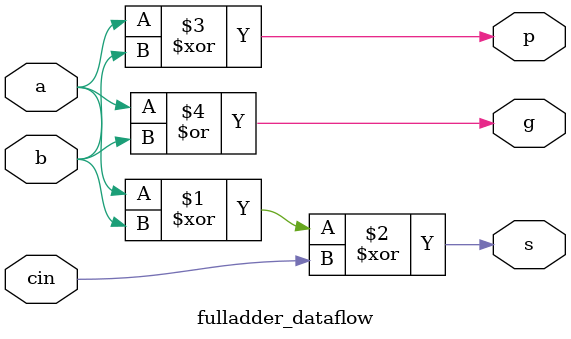
<source format=v>
`timescale 1ns / 1ps


module fulladder_dataflow(
    input a,
    input b,
    input cin,
    output p,
    output g,
    output s
    );
    assign s = a ^ b ^ cin;
    assign p = a ^ b;
    assign g = a | b;
endmodule

</source>
